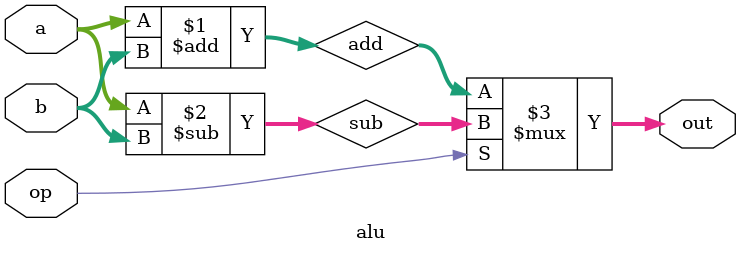
<source format=v>
module alu(op, a, b, out);
	/* Width of the inputs/outputs. */
	parameter DATA_WIDTH = 8;

	input wire op;
	input wire[DATA_WIDTH-1:0] a;
	input wire[DATA_WIDTH-1:0] b;
	output wire[DATA_WIDTH-1:0] out;

	wire[DATA_WIDTH-1:0] add;
	wire[DATA_WIDTH-1:0] sub;

	assign add = a + b;
	assign sub = a - b;

	/* 0 is add, 1 is subtract. */
	assign out = op ? sub : add;

endmodule

</source>
